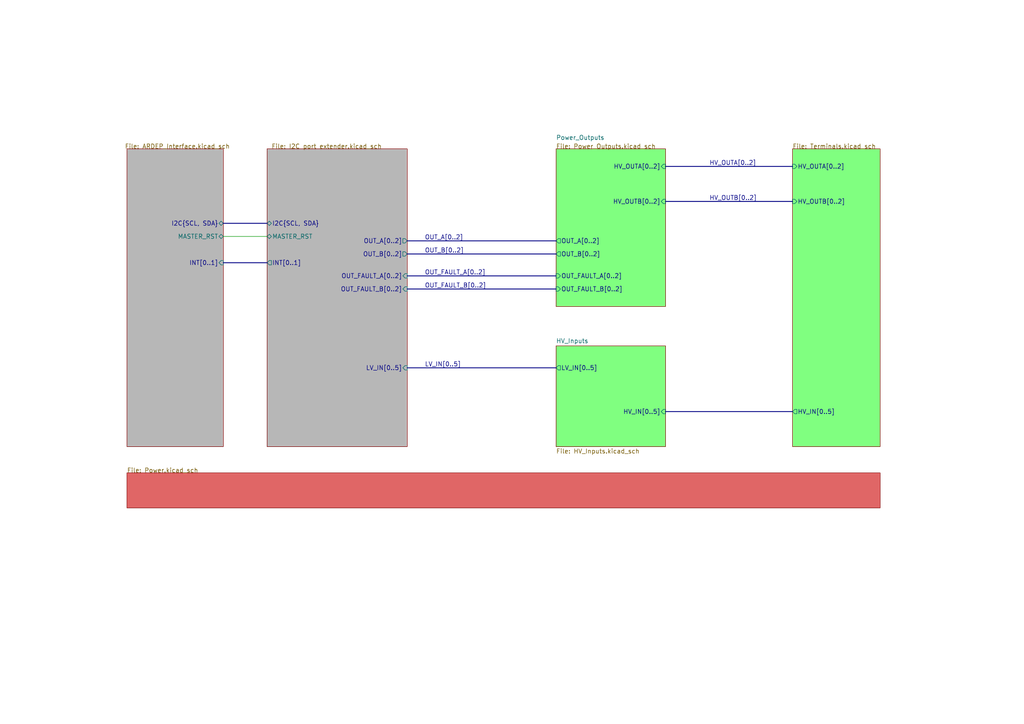
<source format=kicad_sch>
(kicad_sch
	(version 20250114)
	(generator "eeschema")
	(generator_version "9.0")
	(uuid "4c0fe098-6632-46ad-81a7-18be79ce9b94")
	(paper "A4")
	(title_block
		(title "Block Diagram")
	)
	(lib_symbols)
	(bus
		(pts
			(xy 118.11 69.85) (xy 161.29 69.85)
		)
		(stroke
			(width 0.254)
			(type default)
		)
		(uuid "083e1efe-7a5c-4e50-aec8-d1ef2fd469f7")
	)
	(bus
		(pts
			(xy 193.04 58.42) (xy 229.87 58.42)
		)
		(stroke
			(width 0.254)
			(type default)
		)
		(uuid "0da1587e-d58f-4d83-ad8d-185183de5788")
	)
	(bus
		(pts
			(xy 118.11 106.68) (xy 161.29 106.68)
		)
		(stroke
			(width 0.254)
			(type default)
		)
		(uuid "36dff3d3-ce2c-430a-bef1-cfab668ab5fc")
	)
	(bus
		(pts
			(xy 193.04 48.26) (xy 229.87 48.26)
		)
		(stroke
			(width 0.254)
			(type default)
		)
		(uuid "40d28dc2-cc31-46fc-9bc2-587c63c5823d")
	)
	(bus
		(pts
			(xy 118.11 83.82) (xy 161.29 83.82)
		)
		(stroke
			(width 0.254)
			(type default)
		)
		(uuid "4e975aef-3c2b-4f4c-8c14-6f5225670cc9")
	)
	(bus
		(pts
			(xy 118.11 73.66) (xy 161.29 73.66)
		)
		(stroke
			(width 0.254)
			(type default)
		)
		(uuid "51efab55-31e1-4ea8-bacb-1182c1205599")
	)
	(wire
		(pts
			(xy 64.77 68.58) (xy 77.47 68.58)
		)
		(stroke
			(width 0)
			(type default)
		)
		(uuid "5bf25b46-1d1f-4078-a3e0-1e7a2c15effc")
	)
	(bus
		(pts
			(xy 229.87 119.38) (xy 193.04 119.38)
		)
		(stroke
			(width 0.254)
			(type default)
		)
		(uuid "a9a249aa-0ff0-45cd-82ac-407e1b96fd14")
	)
	(bus
		(pts
			(xy 77.47 76.2) (xy 64.77 76.2)
		)
		(stroke
			(width 0.254)
			(type default)
		)
		(uuid "e14da1e1-503e-4e24-873b-3221285569ce")
	)
	(bus
		(pts
			(xy 77.47 64.77) (xy 64.77 64.77)
		)
		(stroke
			(width 0.254)
			(type default)
		)
		(uuid "f682a39c-8958-4978-80ce-d101f831db16")
	)
	(bus
		(pts
			(xy 118.11 80.01) (xy 161.29 80.01)
		)
		(stroke
			(width 0.254)
			(type default)
		)
		(uuid "fffde3b7-cba9-4bf4-a41d-3c776cd84057")
	)
	(label "OUT_A[0..2]"
		(at 123.19 69.85 0)
		(effects
			(font
				(size 1.27 1.27)
			)
			(justify left bottom)
		)
		(uuid "1f904df6-98b8-4d4e-bc9e-7faa7b29faab")
	)
	(label "HV_OUTA[0..2]"
		(at 205.74 48.26 0)
		(effects
			(font
				(size 1.27 1.27)
			)
			(justify left bottom)
		)
		(uuid "6698b2a2-bb40-436f-a944-9661945b2c5b")
	)
	(label "OUT_FAULT_A[0..2]"
		(at 123.19 80.01 0)
		(effects
			(font
				(size 1.27 1.27)
			)
			(justify left bottom)
		)
		(uuid "7bf15453-c9fd-4825-9b73-c3dc03cd04ea")
	)
	(label "LV_IN[0..5]"
		(at 123.19 106.68 0)
		(effects
			(font
				(size 1.27 1.27)
			)
			(justify left bottom)
		)
		(uuid "81ba7650-c0c0-45d0-ba3f-7fff4236b00e")
	)
	(label "HV_OUTB[0..2]"
		(at 205.74 58.42 0)
		(effects
			(font
				(size 1.27 1.27)
			)
			(justify left bottom)
		)
		(uuid "910b4dea-3dbe-43da-bd8d-1d85b0a310ff")
	)
	(label "OUT_FAULT_B[0..2]"
		(at 123.19 83.82 0)
		(effects
			(font
				(size 1.27 1.27)
			)
			(justify left bottom)
		)
		(uuid "cea022a7-e097-4088-a6ae-170469327d17")
	)
	(label "OUT_B[0..2]"
		(at 123.19 73.66 0)
		(effects
			(font
				(size 1.27 1.27)
			)
			(justify left bottom)
		)
		(uuid "d3f8b6d6-822c-457a-86fe-cb8bde74bf5b")
	)
	(sheet
		(at 36.83 43.18)
		(size 27.94 86.36)
		(exclude_from_sim no)
		(in_bom yes)
		(on_board yes)
		(dnp no)
		(stroke
			(width 0)
			(type solid)
			(color 128 0 0 1)
		)
		(fill
			(color 183 183 183 1.0000)
		)
		(uuid "345cf427-937f-404e-b57d-133d1a773053")
		(property "Sheetname" "ARDEP_Interface"
			(at 38.1 54.61 0)
			(effects
				(font
					(size 1.27 1.27)
				)
				(justify left bottom)
				(hide yes)
			)
		)
		(property "Sheetfile" "ARDEP_Interface.kicad_sch"
			(at 36.195 43.18 0)
			(effects
				(font
					(size 1.27 1.27)
				)
				(justify left bottom)
			)
		)
		(pin "MASTER_RST" bidirectional
			(at 64.77 68.58 0)
			(uuid "1ae2b9f9-4f3a-4794-8de5-9785769eb822")
			(effects
				(font
					(size 1.27 1.27)
				)
				(justify right)
			)
		)
		(pin "INT[0..1]" input
			(at 64.77 76.2 0)
			(uuid "82f92df8-5723-460f-9e52-69cbe14cc4e1")
			(effects
				(font
					(size 1.27 1.27)
				)
				(justify right)
			)
		)
		(pin "I2C{SCL, SDA}" bidirectional
			(at 64.77 64.77 0)
			(uuid "3d26fe79-06cf-4be7-9bda-a10b5f8e2639")
			(effects
				(font
					(size 1.27 1.27)
				)
				(justify right)
			)
		)
		(instances
			(project "ARDEP2_PowerIO-Shield"
				(path "/4c0fe098-6632-46ad-81a7-18be79ce9b94"
					(page "2")
				)
			)
		)
	)
	(sheet
		(at 229.87 43.18)
		(size 25.4 86.36)
		(exclude_from_sim no)
		(in_bom yes)
		(on_board yes)
		(dnp no)
		(fields_autoplaced yes)
		(stroke
			(width 0)
			(type solid)
			(color 128 0 0 1)
		)
		(fill
			(color 128 255 128 1.0000)
		)
		(uuid "358dec23-38c9-4042-8e61-d794981c1325")
		(property "Sheetname" "Terminals"
			(at 229.87 54.61 0)
			(effects
				(font
					(size 1.27 1.27)
				)
				(justify left bottom)
				(hide yes)
			)
		)
		(property "Sheetfile" "Terminals.kicad_sch"
			(at 229.87 43.18 0)
			(effects
				(font
					(size 1.27 1.27)
				)
				(justify left bottom)
			)
		)
		(pin "HV_OUTA[0..2]" input
			(at 229.87 48.26 180)
			(uuid "14c2e5aa-c739-4cb9-be6c-e4e501344a73")
			(effects
				(font
					(size 1.27 1.27)
				)
				(justify left)
			)
		)
		(pin "HV_OUTB[0..2]" input
			(at 229.87 58.42 180)
			(uuid "9d798eb7-7669-4a11-b1d1-7e37d75e70e1")
			(effects
				(font
					(size 1.27 1.27)
				)
				(justify left)
			)
		)
		(pin "HV_IN[0..5]" output
			(at 229.87 119.38 180)
			(uuid "34ba361f-82ab-487c-9fc6-be208aef67a1")
			(effects
				(font
					(size 1.27 1.27)
				)
				(justify left)
			)
		)
		(instances
			(project "ARDEP2_PowerIO-Shield"
				(path "/4c0fe098-6632-46ad-81a7-18be79ce9b94"
					(page "5")
				)
			)
		)
	)
	(sheet
		(at 161.29 43.18)
		(size 31.75 45.72)
		(exclude_from_sim no)
		(in_bom yes)
		(on_board yes)
		(dnp no)
		(fields_autoplaced yes)
		(stroke
			(width 0)
			(type solid)
			(color 128 0 0 1)
		)
		(fill
			(color 128 255 128 1.0000)
		)
		(uuid "4c7237e4-d878-4e31-9dbe-b6cfb0e97b0d")
		(property "Sheetname" "Power_Outputs"
			(at 161.29 40.64 0)
			(effects
				(font
					(size 1.27 1.27)
				)
				(justify left bottom)
			)
		)
		(property "Sheetfile" "Power_Outputs.kicad_sch"
			(at 161.29 43.18 0)
			(effects
				(font
					(size 1.27 1.27)
				)
				(justify left bottom)
			)
		)
		(pin "HV_OUTA[0..2]" input
			(at 193.04 48.26 0)
			(uuid "8abb6e4a-2ce7-4330-9970-986cba18cef0")
			(effects
				(font
					(size 1.27 1.27)
				)
				(justify right)
			)
		)
		(pin "HV_OUTB[0..2]" input
			(at 193.04 58.42 0)
			(uuid "e212f182-7f91-4380-9920-af5cce7f717f")
			(effects
				(font
					(size 1.27 1.27)
				)
				(justify right)
			)
		)
		(pin "OUT_A[0..2]" output
			(at 161.29 69.85 180)
			(uuid "69df4e50-e3fa-4018-891a-a5b80cdc4664")
			(effects
				(font
					(size 1.27 1.27)
				)
				(justify left)
			)
		)
		(pin "OUT_B[0..2]" output
			(at 161.29 73.66 180)
			(uuid "94ed4824-629a-437f-a908-8a433b3d7bd0")
			(effects
				(font
					(size 1.27 1.27)
				)
				(justify left)
			)
		)
		(pin "OUT_FAULT_A[0..2]" input
			(at 161.29 80.01 180)
			(uuid "14a96756-7f37-47ca-a841-0b5ad505060a")
			(effects
				(font
					(size 1.27 1.27)
				)
				(justify left)
			)
		)
		(pin "OUT_FAULT_B[0..2]" input
			(at 161.29 83.82 180)
			(uuid "e607405d-4bbf-42f7-a90d-4d2764200813")
			(effects
				(font
					(size 1.27 1.27)
				)
				(justify left)
			)
		)
		(instances
			(project "ARDEP2_PowerIO-Shield"
				(path "/4c0fe098-6632-46ad-81a7-18be79ce9b94"
					(page "3")
				)
			)
		)
	)
	(sheet
		(at 161.29 100.33)
		(size 31.75 29.21)
		(exclude_from_sim no)
		(in_bom yes)
		(on_board yes)
		(dnp no)
		(fields_autoplaced yes)
		(stroke
			(width 0)
			(type solid)
			(color 128 0 0 1)
		)
		(fill
			(color 128 255 128 1.0000)
		)
		(uuid "a7d911c2-0c4c-4fd7-8776-90f1b1c16a46")
		(property "Sheetname" "HV_Inputs"
			(at 161.29 99.6184 0)
			(effects
				(font
					(size 1.27 1.27)
				)
				(justify left bottom)
			)
		)
		(property "Sheetfile" "HV_Inputs.kicad_sch"
			(at 161.29 130.1246 0)
			(effects
				(font
					(size 1.27 1.27)
				)
				(justify left top)
			)
		)
		(pin "LV_IN[0..5]" output
			(at 161.29 106.68 180)
			(uuid "fabb46d3-2b49-4812-b493-fd0b2c7a40a9")
			(effects
				(font
					(size 1.27 1.27)
				)
				(justify left)
			)
		)
		(pin "HV_IN[0..5]" input
			(at 193.04 119.38 0)
			(uuid "9b7a42d0-b12c-461f-8fa3-97ab6da236bf")
			(effects
				(font
					(size 1.27 1.27)
				)
				(justify right)
			)
		)
		(instances
			(project "ARDEP2_PowerIO-Shield"
				(path "/4c0fe098-6632-46ad-81a7-18be79ce9b94"
					(page "4")
				)
			)
		)
	)
	(sheet
		(at 77.47 43.18)
		(size 40.64 86.36)
		(exclude_from_sim no)
		(in_bom yes)
		(on_board yes)
		(dnp no)
		(fields_autoplaced yes)
		(stroke
			(width 0)
			(type solid)
			(color 128 0 0 1)
		)
		(fill
			(color 183 183 183 1.0000)
		)
		(uuid "cccc12be-488b-489c-8cb9-9aba29213ea9")
		(property "Sheetname" "I2C port extender"
			(at 78.74 54.61 0)
			(effects
				(font
					(size 1.27 1.27)
				)
				(justify left bottom)
				(hide yes)
			)
		)
		(property "Sheetfile" "I2C port extender.kicad_sch"
			(at 78.74 43.18 0)
			(effects
				(font
					(size 1.27 1.27)
				)
				(justify left bottom)
			)
		)
		(pin "MASTER_RST" bidirectional
			(at 77.47 68.58 180)
			(uuid "24562aba-e6af-4a87-83a6-943c20137ab4")
			(effects
				(font
					(size 1.27 1.27)
				)
				(justify left)
			)
		)
		(pin "LV_IN[0..5]" input
			(at 118.11 106.68 0)
			(uuid "f5aadd6b-d78c-4d85-b63f-62c085da0665")
			(effects
				(font
					(size 1.27 1.27)
				)
				(justify right)
			)
		)
		(pin "INT[0..1]" output
			(at 77.47 76.2 180)
			(uuid "2ecde145-8d1d-48b5-9a7f-54283fceaba0")
			(effects
				(font
					(size 1.27 1.27)
				)
				(justify left)
			)
		)
		(pin "OUT_A[0..2]" output
			(at 118.11 69.85 0)
			(uuid "8a5bf00e-6a65-43f2-9d40-337c5b040144")
			(effects
				(font
					(size 1.27 1.27)
				)
				(justify right)
			)
		)
		(pin "OUT_B[0..2]" output
			(at 118.11 73.66 0)
			(uuid "e413db31-9f3e-4b65-9abb-9fe8594bcbef")
			(effects
				(font
					(size 1.27 1.27)
				)
				(justify right)
			)
		)
		(pin "OUT_FAULT_A[0..2]" input
			(at 118.11 80.01 0)
			(uuid "2109f70f-0aac-41f6-95fa-402ea6a3bc8c")
			(effects
				(font
					(size 1.27 1.27)
				)
				(justify right)
			)
		)
		(pin "OUT_FAULT_B[0..2]" input
			(at 118.11 83.82 0)
			(uuid "c836e72b-43e5-401b-8f92-87b5c196186c")
			(effects
				(font
					(size 1.27 1.27)
				)
				(justify right)
			)
		)
		(pin "I2C{SCL, SDA}" bidirectional
			(at 77.47 64.77 180)
			(uuid "264b3a5a-c88a-485a-8eee-2a5cdc5628e8")
			(effects
				(font
					(size 1.27 1.27)
				)
				(justify left)
			)
		)
		(instances
			(project "ARDEP2_PowerIO-Shield"
				(path "/4c0fe098-6632-46ad-81a7-18be79ce9b94"
					(page "6")
				)
			)
		)
	)
	(sheet
		(at 36.83 137.16)
		(size 218.44 10.16)
		(exclude_from_sim no)
		(in_bom yes)
		(on_board yes)
		(dnp no)
		(fields_autoplaced yes)
		(stroke
			(width 0)
			(type solid)
			(color 128 0 0 1)
		)
		(fill
			(color 224 102 102 1.0000)
		)
		(uuid "f79abb6e-11e6-42e4-b7a6-9d3e2b87e89e")
		(property "Sheetname" "Power"
			(at 36.83 134.62 0)
			(effects
				(font
					(size 1.27 1.27)
				)
				(justify left bottom)
				(hide yes)
			)
		)
		(property "Sheetfile" "Power.kicad_sch"
			(at 36.83 137.16 0)
			(effects
				(font
					(size 1.27 1.27)
				)
				(justify left bottom)
			)
		)
		(instances
			(project "ARDEP2_PowerIO-Shield"
				(path "/4c0fe098-6632-46ad-81a7-18be79ce9b94"
					(page "1")
				)
			)
		)
	)
	(sheet_instances
		(path "/"
			(page "#")
		)
	)
	(embedded_fonts no)
)

</source>
